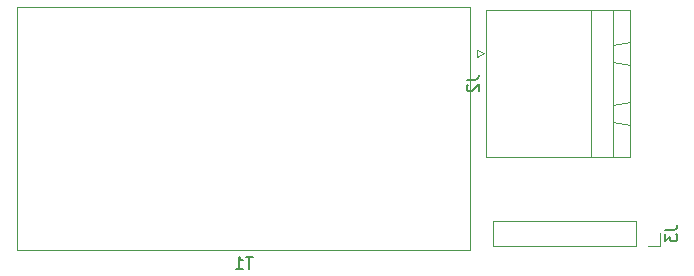
<source format=gbo>
%TF.GenerationSoftware,KiCad,Pcbnew,6.0.0*%
%TF.CreationDate,2021-12-30T08:36:24-05:00*%
%TF.ProjectId,usb_pd_sink_fixed,7573625f-7064-45f7-9369-6e6b5f666978,rev?*%
%TF.SameCoordinates,Original*%
%TF.FileFunction,Legend,Bot*%
%TF.FilePolarity,Positive*%
%FSLAX46Y46*%
G04 Gerber Fmt 4.6, Leading zero omitted, Abs format (unit mm)*
G04 Created by KiCad (PCBNEW 6.0.0) date 2021-12-30 08:36:24*
%MOMM*%
%LPD*%
G01*
G04 APERTURE LIST*
%ADD10C,0.150000*%
%ADD11C,0.120000*%
G04 APERTURE END LIST*
D10*
%TO.C,J2*%
X90518880Y-73834666D02*
X91233166Y-73834666D01*
X91376023Y-73787047D01*
X91471261Y-73691809D01*
X91518880Y-73548952D01*
X91518880Y-73453714D01*
X90614119Y-74263238D02*
X90566500Y-74310857D01*
X90518880Y-74406095D01*
X90518880Y-74644190D01*
X90566500Y-74739428D01*
X90614119Y-74787047D01*
X90709357Y-74834666D01*
X90804595Y-74834666D01*
X90947452Y-74787047D01*
X91518880Y-74215619D01*
X91518880Y-74834666D01*
%TO.C,T1*%
X72389904Y-88835380D02*
X71818476Y-88835380D01*
X72104190Y-89835380D02*
X72104190Y-88835380D01*
X70961333Y-89835380D02*
X71532761Y-89835380D01*
X71247047Y-89835380D02*
X71247047Y-88835380D01*
X71342285Y-88978238D01*
X71437523Y-89073476D01*
X71532761Y-89121095D01*
%TO.C,J3*%
X107334380Y-86534666D02*
X108048666Y-86534666D01*
X108191523Y-86487047D01*
X108286761Y-86391809D01*
X108334380Y-86248952D01*
X108334380Y-86153714D01*
X107334380Y-86915619D02*
X107334380Y-87534666D01*
X107715333Y-87201333D01*
X107715333Y-87344190D01*
X107762952Y-87439428D01*
X107810571Y-87487047D01*
X107905809Y-87534666D01*
X108143904Y-87534666D01*
X108239142Y-87487047D01*
X108286761Y-87439428D01*
X108334380Y-87344190D01*
X108334380Y-87058476D01*
X108286761Y-86963238D01*
X108239142Y-86915619D01*
D11*
%TO.C,J2*%
X91356500Y-71928000D02*
X91956500Y-71628000D01*
X104376500Y-75708000D02*
X104376500Y-77708000D01*
X104376500Y-77708000D02*
X102876500Y-77458000D01*
X102876500Y-77458000D02*
X102876500Y-75958000D01*
X102876500Y-80358000D02*
X102876500Y-67978000D01*
X92156500Y-67978000D02*
X104376500Y-67978000D01*
X101076500Y-67978000D02*
X101076500Y-80358000D01*
X102876500Y-75958000D02*
X104376500Y-75708000D01*
X104376500Y-80358000D02*
X92156500Y-80358000D01*
X102876500Y-70878000D02*
X104376500Y-70628000D01*
X104376500Y-70628000D02*
X104376500Y-72628000D01*
X102876500Y-67978000D02*
X101076500Y-67978000D01*
X102876500Y-72378000D02*
X102876500Y-70878000D01*
X101076500Y-80358000D02*
X102876500Y-80358000D01*
X91956500Y-71628000D02*
X91356500Y-71328000D01*
X91356500Y-71328000D02*
X91356500Y-71928000D01*
X104376500Y-72628000D02*
X102876500Y-72378000D01*
X92156500Y-80358000D02*
X92156500Y-67978000D01*
X104376500Y-67978000D02*
X104376500Y-80358000D01*
%TO.C,T1*%
X52458000Y-67693000D02*
X90798000Y-67693000D01*
X90798000Y-88253000D02*
X90798000Y-67693000D01*
X52458000Y-88253000D02*
X52458000Y-67693000D01*
X52458000Y-88253000D02*
X90798000Y-88253000D01*
%TO.C,J3*%
X104822000Y-87928000D02*
X92762000Y-87928000D01*
X106882000Y-87928000D02*
X106882000Y-86868000D01*
X104822000Y-85808000D02*
X92762000Y-85808000D01*
X92762000Y-87928000D02*
X92762000Y-85808000D01*
X104822000Y-87928000D02*
X104822000Y-85808000D01*
X105822000Y-87928000D02*
X106882000Y-87928000D01*
%TD*%
M02*

</source>
